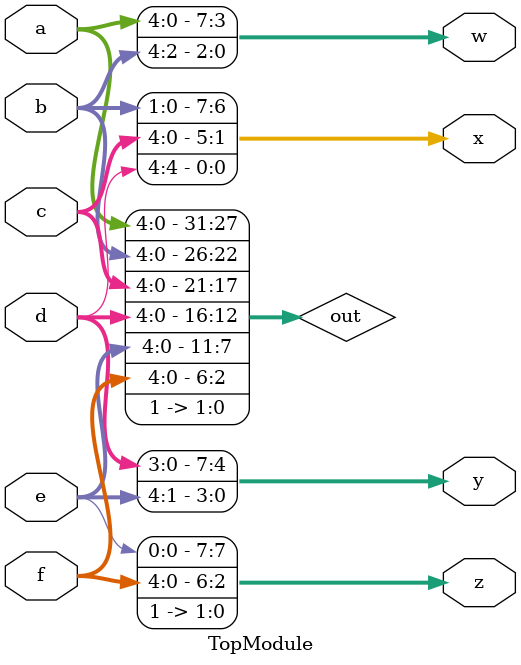
<source format=sv>


module TopModule (
  input [4:0] a,
  input [4:0] b,
  input [4:0] c,
  input [4:0] d,
  input [4:0] e,
  input [4:0] f,
  output [7:0] w,
  output [7:0] x,
  output [7:0] y,
  output [7:0] z
);

wire [31:0] out;
assign out = {a, b, c, d, e, f, 2'b11};

assign w = out[31:24];
assign x = out[23:16];
assign y = out[15:8];
assign z = out[7:0];

endmodule

</source>
